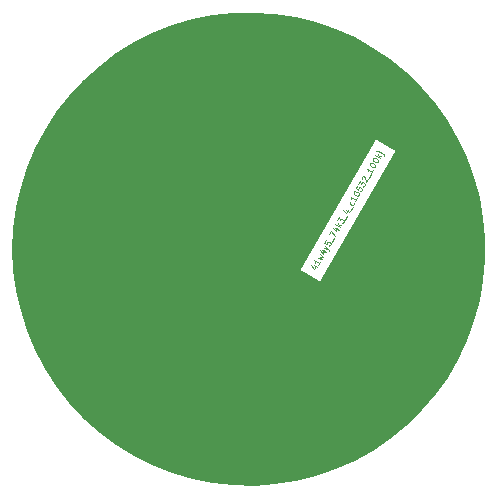
<source format=gbr>
G04 #@! TF.GenerationSoftware,KiCad,Pcbnew,(5.1.10-1-10_14)*
G04 #@! TF.CreationDate,2021-08-06T16:45:07+03:00*
G04 #@! TF.ProjectId,hhv_coin,6868765f-636f-4696-9e2e-6b696361645f,rev?*
G04 #@! TF.SameCoordinates,Original*
G04 #@! TF.FileFunction,Copper,L3,Inr*
G04 #@! TF.FilePolarity,Positive*
%FSLAX46Y46*%
G04 Gerber Fmt 4.6, Leading zero omitted, Abs format (unit mm)*
G04 Created by KiCad (PCBNEW (5.1.10-1-10_14)) date 2021-08-06 16:45:07*
%MOMM*%
%LPD*%
G01*
G04 APERTURE LIST*
G04 #@! TA.AperFunction,NonConductor*
%ADD10C,0.125000*%
G04 #@! TD*
G04 #@! TA.AperFunction,NonConductor*
%ADD11C,0.254000*%
G04 #@! TD*
G04 #@! TA.AperFunction,NonConductor*
%ADD12C,0.100000*%
G04 #@! TD*
G04 APERTURE END LIST*
D10*
X4319116Y-2308948D02*
X4607791Y-2475615D01*
X4094635Y-2316808D02*
X4344406Y-2598478D01*
X4499168Y-2330423D01*
X4869696Y-2021982D02*
X4726839Y-2269418D01*
X4798267Y-2145700D02*
X4365254Y-1895700D01*
X4403304Y-1972654D01*
X4420734Y-2037703D01*
X4417544Y-2090847D01*
X4664354Y-1710978D02*
X5000648Y-1795166D01*
X4842071Y-1593640D01*
X5095886Y-1630209D01*
X4854830Y-1381064D01*
X5057211Y-1030530D02*
X5345886Y-1197196D01*
X4832730Y-1038390D02*
X5082501Y-1320060D01*
X5237263Y-1052004D01*
X5164354Y-844953D02*
X5512553Y-908521D01*
X5283402Y-638756D02*
X5512553Y-908521D01*
X5591842Y-1009284D01*
X5600556Y-1041809D01*
X5597367Y-1094953D01*
X5353350Y-184269D02*
X5234302Y-390466D01*
X5428594Y-530133D01*
X5419879Y-497609D01*
X5423069Y-444465D01*
X5482593Y-341366D01*
X5527022Y-312032D01*
X5559546Y-303317D01*
X5612690Y-306507D01*
X5715789Y-366031D01*
X5745123Y-410460D01*
X5753838Y-442984D01*
X5750648Y-496128D01*
X5691124Y-599226D01*
X5646695Y-628561D01*
X5614171Y-637276D01*
X5887126Y-354980D02*
X6077602Y-25066D01*
X5639064Y310601D02*
X5805731Y599277D01*
X6131600Y163700D01*
X6152449Y866477D02*
X6441124Y699811D01*
X5927968Y858617D02*
X6177739Y576947D01*
X6332501Y845003D01*
X6572077Y926627D02*
X6139064Y1176627D01*
X6430929Y1063104D02*
X6667315Y1091584D01*
X6378640Y1258251D02*
X6448359Y998055D01*
X6317635Y1485922D02*
X6472397Y1753977D01*
X6554021Y1514401D01*
X6589735Y1576260D01*
X6634165Y1605595D01*
X6666689Y1614310D01*
X6719833Y1611120D01*
X6822931Y1551596D01*
X6852266Y1507167D01*
X6860981Y1474643D01*
X6857791Y1421499D01*
X6786362Y1297781D01*
X6741933Y1268446D01*
X6709409Y1259731D01*
X6994268Y1562646D02*
X7184745Y1892561D01*
X7021497Y2371712D02*
X7310172Y2205045D01*
X6797016Y2363852D02*
X7046787Y2082182D01*
X7201549Y2350238D01*
X7422840Y2304954D02*
X7613316Y2634868D01*
X7718124Y2959258D02*
X7714934Y2906113D01*
X7667315Y2823635D01*
X7622886Y2794300D01*
X7590361Y2785585D01*
X7537217Y2788775D01*
X7413499Y2860204D01*
X7384165Y2904633D01*
X7375450Y2937157D01*
X7378640Y2990302D01*
X7426259Y3072780D01*
X7470688Y3102115D01*
X7976839Y3359746D02*
X7833981Y3112310D01*
X7905410Y3236028D02*
X7472397Y3486028D01*
X7510447Y3409074D01*
X7527877Y3344026D01*
X7524687Y3290881D01*
X7698588Y3877801D02*
X7722397Y3919041D01*
X7766826Y3948375D01*
X7799351Y3957090D01*
X7852495Y3953900D01*
X7946878Y3926901D01*
X8049977Y3867377D01*
X8120550Y3799138D01*
X8149885Y3754709D01*
X8158600Y3722185D01*
X8155410Y3669041D01*
X8131600Y3627801D01*
X8087171Y3598467D01*
X8054647Y3589752D01*
X8001503Y3592942D01*
X7907119Y3619941D01*
X7804021Y3679465D01*
X7733447Y3747704D01*
X7704113Y3792133D01*
X7695398Y3824657D01*
X7698588Y3877801D01*
X8008112Y4413912D02*
X7889064Y4207716D01*
X8083356Y4068048D01*
X8074641Y4100573D01*
X8077831Y4153717D01*
X8137355Y4256815D01*
X8181784Y4286150D01*
X8214308Y4294865D01*
X8267452Y4291675D01*
X8370550Y4232151D01*
X8399885Y4187722D01*
X8408600Y4155197D01*
X8405410Y4102053D01*
X8345886Y3998955D01*
X8301457Y3969621D01*
X8268933Y3960906D01*
X8103350Y4578870D02*
X8258112Y4846925D01*
X8339735Y4607349D01*
X8375450Y4669208D01*
X8419879Y4698543D01*
X8452403Y4707258D01*
X8505547Y4704068D01*
X8608646Y4644544D01*
X8637980Y4600115D01*
X8646695Y4567590D01*
X8643505Y4514446D01*
X8572077Y4390728D01*
X8527647Y4361394D01*
X8495123Y4352679D01*
X8394589Y4988073D02*
X8385874Y5020597D01*
X8389064Y5073741D01*
X8448588Y5176839D01*
X8493017Y5206174D01*
X8525541Y5214889D01*
X8578685Y5211699D01*
X8619925Y5187889D01*
X8669879Y5131556D01*
X8774458Y4741263D01*
X8929220Y5009318D01*
X9018078Y5067987D02*
X9208554Y5397902D01*
X9357791Y5751626D02*
X9214934Y5504190D01*
X9286362Y5627908D02*
X8853350Y5877908D01*
X8891399Y5800954D01*
X8908829Y5735905D01*
X8905639Y5682761D01*
X9079540Y6269681D02*
X9103350Y6310920D01*
X9147779Y6340255D01*
X9180303Y6348970D01*
X9233447Y6345780D01*
X9327831Y6318780D01*
X9430929Y6259257D01*
X9501503Y6191018D01*
X9530837Y6146589D01*
X9539552Y6114064D01*
X9536362Y6060920D01*
X9512553Y6019681D01*
X9468124Y5990346D01*
X9435599Y5981632D01*
X9382455Y5984821D01*
X9288072Y6011821D01*
X9184974Y6071345D01*
X9114400Y6139583D01*
X9085065Y6184013D01*
X9076350Y6216537D01*
X9079540Y6269681D01*
X9317635Y6682074D02*
X9341445Y6723313D01*
X9385874Y6752648D01*
X9418399Y6761363D01*
X9471543Y6758173D01*
X9565926Y6731174D01*
X9669024Y6671650D01*
X9739598Y6603411D01*
X9768933Y6558982D01*
X9777647Y6526457D01*
X9774458Y6473313D01*
X9750648Y6432074D01*
X9706219Y6402740D01*
X9673695Y6394025D01*
X9620550Y6397214D01*
X9526167Y6424214D01*
X9423069Y6483738D01*
X9352495Y6551976D01*
X9323160Y6596406D01*
X9314446Y6628930D01*
X9317635Y6682074D01*
X9941124Y6761989D02*
X9508112Y7011989D01*
X9799977Y6898466D02*
X10036362Y6926946D01*
X9747687Y7093612D02*
X9817406Y6833417D01*
X10284653Y6976045D02*
X10296558Y6996665D01*
X10299748Y7049809D01*
X10270413Y7094238D01*
X10064217Y7213286D01*
X10034882Y7257715D01*
X10038072Y7310859D01*
X9993643Y7281524D01*
X9940499Y7284714D01*
X9734302Y7403762D01*
X9681158Y7406952D01*
X9636729Y7377617D01*
X9624824Y7356998D01*
D11*
X997451Y18883864D02*
X2737352Y18612235D01*
X4446437Y18187896D01*
X6111332Y17614169D01*
X7719006Y16895544D01*
X9256876Y16037644D01*
X10712907Y15047184D01*
X12075704Y13931916D01*
X13334600Y12700568D01*
X14479743Y11362777D01*
X15502171Y9929013D01*
X16393882Y8410498D01*
X17147897Y6819115D01*
X17758314Y5167320D01*
X18220357Y3468039D01*
X18530410Y1734573D01*
X18686045Y-19512D01*
X18686045Y-1780488D01*
X18530410Y-3534573D01*
X18220357Y-5268039D01*
X17758314Y-6967320D01*
X17147897Y-8619115D01*
X16393882Y-10210498D01*
X15502171Y-11729013D01*
X14479743Y-13162777D01*
X13334600Y-14500568D01*
X12075704Y-15731916D01*
X10712907Y-16847184D01*
X9256876Y-17837644D01*
X7719006Y-18695544D01*
X6111332Y-19414169D01*
X4446437Y-19987896D01*
X2737352Y-20412235D01*
X997451Y-20683864D01*
X-759648Y-20800657D01*
X-2520193Y-20761700D01*
X-4270406Y-20567299D01*
X-5996589Y-20218974D01*
X-7685232Y-19719453D01*
X-9323120Y-19072643D01*
X-10897433Y-18283608D01*
X-12395850Y-17358523D01*
X-13806645Y-16304628D01*
X-15118775Y-15130170D01*
X-16321973Y-13844342D01*
X-17406820Y-12457207D01*
X-18364827Y-10979621D01*
X-19188496Y-9423149D01*
X-19871380Y-7799971D01*
X-20408136Y-6122792D01*
X-20794562Y-4404737D01*
X-21016568Y-2742123D01*
X3007729Y-2742123D01*
X4865354Y-3814623D01*
X11372378Y7455873D01*
X9514753Y8528373D01*
X3007729Y-2742123D01*
X-21016568Y-2742123D01*
X-21027634Y-2659253D01*
X-21105528Y-900000D01*
X-21027634Y859253D01*
X-20794562Y2604737D01*
X-20408136Y4322792D01*
X-19871380Y5999971D01*
X-19188496Y7623149D01*
X-18364827Y9179621D01*
X-17406820Y10657207D01*
X-16321973Y12044342D01*
X-15118775Y13330170D01*
X-13806645Y14504628D01*
X-12395850Y15558523D01*
X-10897433Y16483608D01*
X-9323120Y17272643D01*
X-7685232Y17919453D01*
X-5996589Y18418974D01*
X-4270406Y18767299D01*
X-2520193Y18961700D01*
X-759648Y19000657D01*
X997451Y18883864D01*
G04 #@! TA.AperFunction,NonConductor*
D12*
G36*
X997451Y18883864D02*
G01*
X2737352Y18612235D01*
X4446437Y18187896D01*
X6111332Y17614169D01*
X7719006Y16895544D01*
X9256876Y16037644D01*
X10712907Y15047184D01*
X12075704Y13931916D01*
X13334600Y12700568D01*
X14479743Y11362777D01*
X15502171Y9929013D01*
X16393882Y8410498D01*
X17147897Y6819115D01*
X17758314Y5167320D01*
X18220357Y3468039D01*
X18530410Y1734573D01*
X18686045Y-19512D01*
X18686045Y-1780488D01*
X18530410Y-3534573D01*
X18220357Y-5268039D01*
X17758314Y-6967320D01*
X17147897Y-8619115D01*
X16393882Y-10210498D01*
X15502171Y-11729013D01*
X14479743Y-13162777D01*
X13334600Y-14500568D01*
X12075704Y-15731916D01*
X10712907Y-16847184D01*
X9256876Y-17837644D01*
X7719006Y-18695544D01*
X6111332Y-19414169D01*
X4446437Y-19987896D01*
X2737352Y-20412235D01*
X997451Y-20683864D01*
X-759648Y-20800657D01*
X-2520193Y-20761700D01*
X-4270406Y-20567299D01*
X-5996589Y-20218974D01*
X-7685232Y-19719453D01*
X-9323120Y-19072643D01*
X-10897433Y-18283608D01*
X-12395850Y-17358523D01*
X-13806645Y-16304628D01*
X-15118775Y-15130170D01*
X-16321973Y-13844342D01*
X-17406820Y-12457207D01*
X-18364827Y-10979621D01*
X-19188496Y-9423149D01*
X-19871380Y-7799971D01*
X-20408136Y-6122792D01*
X-20794562Y-4404737D01*
X-21016568Y-2742123D01*
X3007729Y-2742123D01*
X4865354Y-3814623D01*
X11372378Y7455873D01*
X9514753Y8528373D01*
X3007729Y-2742123D01*
X-21016568Y-2742123D01*
X-21027634Y-2659253D01*
X-21105528Y-900000D01*
X-21027634Y859253D01*
X-20794562Y2604737D01*
X-20408136Y4322792D01*
X-19871380Y5999971D01*
X-19188496Y7623149D01*
X-18364827Y9179621D01*
X-17406820Y10657207D01*
X-16321973Y12044342D01*
X-15118775Y13330170D01*
X-13806645Y14504628D01*
X-12395850Y15558523D01*
X-10897433Y16483608D01*
X-9323120Y17272643D01*
X-7685232Y17919453D01*
X-5996589Y18418974D01*
X-4270406Y18767299D01*
X-2520193Y18961700D01*
X-759648Y19000657D01*
X997451Y18883864D01*
G37*
G04 #@! TD.AperFunction*
M02*

</source>
